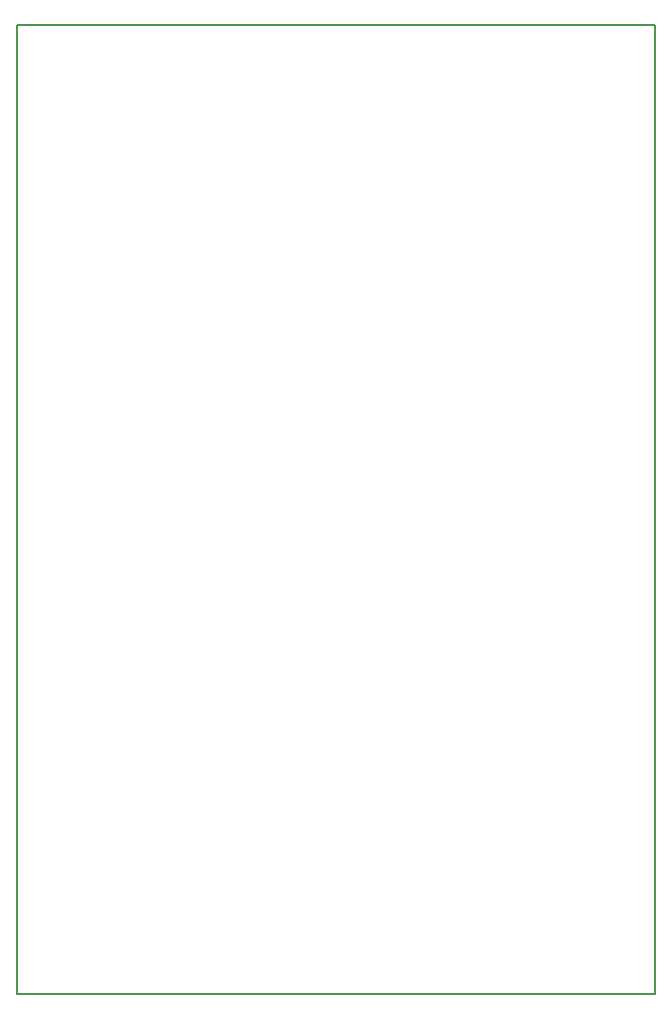
<source format=gm1>
G04 #@! TF.GenerationSoftware,KiCad,Pcbnew,(5.0.0-3-g5ebb6b6)*
G04 #@! TF.CreationDate,2018-08-01T17:04:44+02:00*
G04 #@! TF.ProjectId,esp32-sensornode,65737033322D73656E736F726E6F6465,rev?*
G04 #@! TF.SameCoordinates,Original*
G04 #@! TF.FileFunction,Profile,NP*
%FSLAX46Y46*%
G04 Gerber Fmt 4.6, Leading zero omitted, Abs format (unit mm)*
G04 Created by KiCad (PCBNEW (5.0.0-3-g5ebb6b6)) date Wednesday, 01. August 2018 um 17:04:44*
%MOMM*%
%LPD*%
G01*
G04 APERTURE LIST*
%ADD10C,0.150000*%
G04 APERTURE END LIST*
D10*
X177800000Y-50800000D02*
X231800000Y-50800000D01*
X231800000Y-50800000D02*
X231800000Y-132800000D01*
X177800000Y-132800000D02*
X231800000Y-132800000D01*
X177800000Y-50800000D02*
X177800000Y-132800000D01*
M02*

</source>
